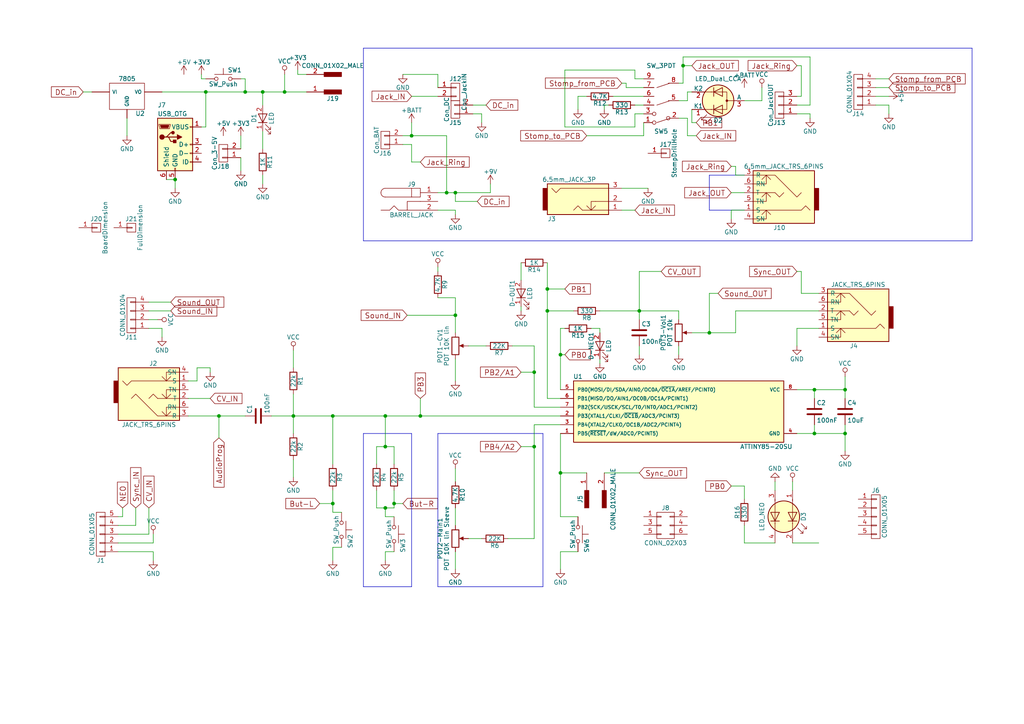
<source format=kicad_sch>
(kicad_sch (version 20230121) (generator eeschema)
  (paper "A4")
  (lib_symbols
    (symbol "ATinyStompbox-rescue:+3V3" (power) (pin_names (offset 0))
      (property "Value" "+3V3" (at 0 3.556 0))
      (symbol "+3V3_1_1"
        (pin power_in line (at 0 0 90) (length 0) hide (name "+3V3") (number "1"))
      )
    )
    (symbol "ATinyStompbox-rescue:+5V" (power) (pin_names (offset 0))
      (property "Value" "+5V" (at 0 3.556 0))
      (symbol "+5V_1_1"
        (pin power_in line (at 0 0 90) (length 0) hide (name "+5V") (number "1"))
      )
    )
    (symbol "ATinyStompbox-rescue:+9V" (power) (pin_names (offset 0))
      (property "Value" "+9V" (at 0 3.556 0))
      (symbol "+9V_1_1"
        (pin power_in line (at 0 0 90) (length 0) hide (name "+9V") (number "1"))
      )
    )
    (symbol "ATinyStompbox-rescue:+BATT" (power) (pin_names (offset 0))
      (property "Value" "+BATT" (at 0 3.556 0))
      (symbol "+BATT_1_1"
        (pin power_in line (at 0 0 90) (length 0) hide (name "+BATT") (number "1"))
      )
    )
    (symbol "ATinyStompbox-rescue:7805" (pin_numbers hide) (pin_names (offset 0.762))
      (property "Reference" "U" (at 3.81 -4.9784 0))
      (property "Value" "7805" (at 0 5.08 0))
      (symbol "7805_1_1"
        (pin input line (at 0 -6.35 90) (length 2.54) (name "GND") (number "GND"))
        (pin input line (at -10.16 1.27 0) (length 5.08) (name "VI") (number "VI"))
        (pin power_out line (at 10.16 1.27 180) (length 5.08) (name "VO") (number "VO"))
      )
    )
    (symbol "ATinyStompbox-rescue:ATTINY85-20SU" (pin_names (offset 1.016))
      (property "Reference" "U" (at -29.21 10.16 0))
      (property "Value" "ATTINY85-20SU" (at 25.4 -10.16 0))
      (symbol "ATTINY85-20SU_1_1"
        (pin bidirectional line (at -34.29 -6.35 0) (length 3.81) (name "PB5(~{RESET}/dW/ADC0/PCINT5)") (number "1"))
        (pin bidirectional line (at -34.29 -1.27 0) (length 3.81) (name "PB3(XTAL1/CLKI/~{OC1B}/ADC3/PCINT3)") (number "2"))
        (pin bidirectional line (at -34.29 -3.81 0) (length 3.81) (name "PB4(XTAL2/CLKO/OC1B/ADC2/PCINT4)") (number "3"))
        (pin power_in line (at 34.29 -6.35 180) (length 3.81) (name "GND") (number "4"))
        (pin bidirectional line (at -34.29 6.35 0) (length 3.81) (name "PB0(MOSI/DI/SDA/AIN0/OC0A/~{OC1A}/AREF/PCINT0)") (number "5"))
        (pin bidirectional line (at -34.29 3.81 0) (length 3.81) (name "PB1(MISO/DO/AIN1/OC0B/OC1A/PCINT1)") (number "6"))
        (pin bidirectional line (at -34.29 1.27 0) (length 3.81) (name "PB2(SCK/USCK/SCL/T0/INT0/ADC1/PCINT2)") (number "7"))
        (pin power_in line (at 34.29 6.35 180) (length 3.81) (name "VCC") (number "8"))
      )
    )
    (symbol "ATinyStompbox-rescue:BARREL_JACK" (pin_names (offset 1.016))
      (property "Reference" "J" (at 0 4.953 0))
      (property "Value" "BARREL_JACK" (at 0 -3.937 0))
      (symbol "BARREL_JACK_1_1"
        (pin passive line (at 7.62 2.54 180) (length 5.08) (name "~") (number "1"))
        (pin passive line (at 7.62 -2.54 180) (length 5.08) (name "~") (number "2"))
        (pin passive line (at 7.62 0 180) (length 5.08) (name "~") (number "3"))
      )
    )
    (symbol "ATinyStompbox-rescue:C" (pin_numbers hide) (pin_names (offset 0.254))
      (property "Reference" "C" (at 0.635 2.54 0))
      (property "Value" "C" (at 0.635 -2.54 0))
      (symbol "C_1_1"
        (pin passive line (at 0 3.81 270) (length 2.794) (name "~") (number "1"))
        (pin passive line (at 0 -3.81 90) (length 2.794) (name "~") (number "2"))
      )
    )
    (symbol "ATinyStompbox-rescue:CONN_01X01" (pin_names (offset 1.016) hide)
      (property "Reference" "J" (at 0 2.54 0))
      (property "Value" "CONN_01X01" (at 2.54 0 90))
      (symbol "CONN_01X01_1_1"
        (pin passive line (at -5.08 0 0) (length 3.81) (name "P1") (number "1"))
      )
    )
    (symbol "ATinyStompbox-rescue:CONN_01X02" (pin_names (offset 1.016) hide)
      (property "Reference" "J" (at 0 3.81 0))
      (property "Value" "CONN_01X02" (at 2.54 0 90))
      (symbol "CONN_01X02_1_1"
        (pin passive line (at -5.08 1.27 0) (length 3.81) (name "P1") (number "1"))
        (pin passive line (at -5.08 -1.27 0) (length 3.81) (name "P2") (number "2"))
      )
    )
    (symbol "ATinyStompbox-rescue:CONN_01X02_MALE" (pin_names (offset 1.016) hide)
      (property "Reference" "J" (at 0 4.445 0))
      (property "Value" "CONN_01X02_MALE" (at 0 -5.08 0))
      (symbol "CONN_01X02_MALE_1_1"
        (pin passive line (at 7.62 2.54 180) (length 5.08) (name "1") (number "1"))
        (pin passive line (at 7.62 -2.54 180) (length 5.08) (name "2") (number "2"))
      )
    )
    (symbol "ATinyStompbox-rescue:CONN_01X03" (pin_names (offset 1.016) hide)
      (property "Reference" "J" (at 0 5.08 0))
      (property "Value" "CONN_01X03" (at 2.54 0 90))
      (symbol "CONN_01X03_1_1"
        (pin passive line (at -5.08 2.54 0) (length 3.81) (name "P1") (number "1"))
        (pin passive line (at -5.08 0 0) (length 3.81) (name "P2") (number "2"))
        (pin passive line (at -5.08 -2.54 0) (length 3.81) (name "P3") (number "3"))
      )
    )
    (symbol "ATinyStompbox-rescue:CONN_01X04" (pin_names (offset 1.016) hide)
      (property "Reference" "J" (at 0 6.35 0))
      (property "Value" "CONN_01X04" (at 2.54 0 90))
      (symbol "CONN_01X04_1_1"
        (pin passive line (at -5.08 3.81 0) (length 3.81) (name "P1") (number "1"))
        (pin passive line (at -5.08 1.27 0) (length 3.81) (name "P2") (number "2"))
        (pin passive line (at -5.08 -1.27 0) (length 3.81) (name "P3") (number "3"))
        (pin passive line (at -5.08 -3.81 0) (length 3.81) (name "P4") (number "4"))
      )
    )
    (symbol "ATinyStompbox-rescue:CONN_01X05" (pin_names (offset 1.016) hide)
      (property "Reference" "J" (at 0 7.62 0))
      (property "Value" "CONN_01X05" (at 2.54 0 90))
      (symbol "CONN_01X05_1_1"
        (pin passive line (at -5.08 5.08 0) (length 3.81) (name "P1") (number "1"))
        (pin passive line (at -5.08 2.54 0) (length 3.81) (name "P2") (number "2"))
        (pin passive line (at -5.08 0 0) (length 3.81) (name "P3") (number "3"))
        (pin passive line (at -5.08 -2.54 0) (length 3.81) (name "P4") (number "4"))
        (pin passive line (at -5.08 -5.08 0) (length 3.81) (name "P5") (number "5"))
      )
    )
    (symbol "ATinyStompbox-rescue:CONN_02X03" (pin_names (offset 0.0254) hide)
      (property "Reference" "J" (at 0 5.08 0))
      (property "Value" "CONN_02X03" (at 0 -5.08 0))
      (symbol "CONN_02X03_1_1"
        (pin passive line (at -6.35 2.54 0) (length 3.81) (name "P1") (number "1"))
        (pin passive line (at 6.35 2.54 180) (length 3.81) (name "P2") (number "2"))
        (pin passive line (at -6.35 0 0) (length 3.81) (name "P3") (number "3"))
        (pin passive line (at 6.35 0 180) (length 3.81) (name "P4") (number "4"))
        (pin passive line (at -6.35 -2.54 0) (length 3.81) (name "P5") (number "5"))
        (pin passive line (at 6.35 -2.54 180) (length 3.81) (name "P6") (number "6"))
      )
    )
    (symbol "ATinyStompbox-rescue:GND" (power) (pin_names (offset 0))
      (property "Value" "GND" (at 0 -3.81 0))
      (symbol "GND_1_1"
        (pin power_in line (at 0 0 270) (length 0) hide (name "GND") (number "1"))
      )
    )
    (symbol "ATinyStompbox-rescue:JACK_2P" (pin_names (offset 1.016))
      (property "Reference" "J" (at -8.89 -5.08 0))
      (property "Value" "JACK_2P" (at -3.81 6.35 0))
      (symbol "JACK_2P_1_1"
        (pin passive line (at 11.43 -2.54 180) (length 3.81) (name "~") (number "1"))
        (pin passive line (at 11.43 0 180) (length 3.81) (name "~") (number "2"))
        (pin passive line (at 11.43 3.81 180) (length 3.81) (name "~") (number "3"))
      )
    )
    (symbol "ATinyStompbox-rescue:JACK_TRS_6PINS" (pin_names (offset 0.762))
      (property "Reference" "J" (at 0 10.16 0))
      (property "Value" "JACK_TRS_6PINS" (at -1.27 -7.62 0))
      (symbol "JACK_TRS_6PINS_1_1"
        (pin passive line (at 10.16 5.08 180) (length 2.54) (name "S") (number "1"))
        (pin passive line (at 10.16 0 180) (length 2.54) (name "T") (number "2"))
        (pin passive line (at 10.16 -5.08 180) (length 2.54) (name "R") (number "3"))
        (pin passive line (at 10.16 7.62 180) (length 2.54) (name "SN") (number "4"))
        (pin passive line (at 10.16 2.54 180) (length 2.54) (name "TN") (number "5"))
        (pin passive line (at 10.16 -2.54 180) (length 2.54) (name "RN") (number "6"))
      )
    )
    (symbol "ATinyStompbox-rescue:LED" (pin_names (offset 1.016) hide)
      (property "Reference" "D" (at 0 2.54 0))
      (property "Value" "LED" (at 0 -2.54 0))
      (symbol "LED_1_1"
        (pin passive line (at -3.81 0 0) (length 2.54) (name "K") (number "1"))
        (pin passive line (at 3.81 0 180) (length 2.54) (name "A") (number "2"))
      )
    )
    (symbol "ATinyStompbox-rescue:LED_Dual_ACAC" (pin_names (offset 0) hide)
      (property "Reference" "D" (at 0 5.715 0))
      (property "Value" "LED_Dual_ACAC" (at 0 -6.35 0))
      (symbol "LED_Dual_ACAC_1_1"
        (pin input line (at -7.62 2.54 0) (length 3.048) (name "A1") (number "1"))
        (pin input line (at 7.62 2.54 180) (length 3.81) (name "K1") (number "2"))
        (pin input line (at -7.62 -2.54 0) (length 3.048) (name "A2") (number "3"))
        (pin input line (at 7.62 -2.54 180) (length 3.81) (name "K2") (number "4"))
      )
    )
    (symbol "ATinyStompbox-rescue:LED_Dual_CCA" (pin_names (offset 0))
      (property "Reference" "D" (at 0 5.715 0))
      (property "Value" "LED_Dual_CCA" (at 0 -6.35 0))
      (symbol "LED_Dual_CCA_1_1"
        (pin input line (at 7.62 2.54 180) (length 3.81) (name "K1") (number "1"))
        (pin input line (at 7.62 -2.54 180) (length 3.81) (name "K2") (number "2"))
        (pin input line (at -7.62 0 0) (length 3.048) (name "A") (number "3"))
      )
    )
    (symbol "ATinyStompbox-rescue:POT" (pin_numbers hide) (pin_names (offset 1.016) hide)
      (property "Reference" "RV" (at -4.445 0 90))
      (property "Value" "POT" (at -2.54 0 90))
      (symbol "POT_1_1"
        (pin passive line (at 0 3.81 270) (length 1.27) (name "1") (number "1"))
        (pin passive line (at 3.81 0 180) (length 1.27) (name "2") (number "2"))
        (pin passive line (at 0 -3.81 90) (length 1.27) (name "3") (number "3"))
      )
    )
    (symbol "ATinyStompbox-rescue:R" (pin_numbers hide) (pin_names (offset 0))
      (property "Reference" "R" (at 2.032 0 90))
      (property "Value" "R" (at 0 0 90))
      (symbol "R_1_1"
        (pin passive line (at 0 3.81 270) (length 1.27) (name "~") (number "1"))
        (pin passive line (at 0 -3.81 90) (length 1.27) (name "~") (number "2"))
      )
    )
    (symbol "ATinyStompbox-rescue:USB_OTG" (pin_names (offset 1.016))
      (property "Reference" "J" (at -5.08 11.43 0))
      (property "Value" "USB_OTG" (at -5.08 8.89 0))
      (symbol "USB_OTG_1_1"
        (pin power_in line (at 7.62 5.08 180) (length 2.54) (name "VBUS") (number "1"))
        (pin passive line (at 7.62 -2.54 180) (length 2.54) (name "D-") (number "2"))
        (pin passive line (at 7.62 0 180) (length 2.54) (name "D+") (number "3"))
        (pin passive line (at 7.62 -5.08 180) (length 2.54) (name "ID") (number "4"))
        (pin power_in line (at 0 -10.16 90) (length 2.54) (name "GND") (number "5"))
        (pin passive line (at -2.54 -10.16 90) (length 2.54) (name "Shield") (number "6"))
      )
    )
    (symbol "ATinyStompbox-rescue:VCC" (power) (pin_names (offset 0))
      (property "Value" "VCC" (at 0 3.81 0))
      (symbol "VCC_1_1"
        (pin power_in line (at 0 0 90) (length 0) hide (name "VCC") (number "1"))
      )
    )
    (symbol "mixtape_schematics:SW_3PDT" (pin_names (offset 0) hide)
      (property "Reference" "SW" (at 0 10.16 0))
      (property "Value" "SW_3PDT" (at 0 -8.89 0))
      (symbol "SW_3PDT_1_1"
        (pin passive line (at 5.08 7.62 180) (length 2.54) (name "A") (number "1"))
        (pin passive line (at -5.08 6.35 0) (length 2.54) (name "B") (number "2"))
        (pin passive line (at 5.08 5.08 180) (length 2.54) (name "C") (number "3"))
        (pin passive line (at 5.08 2.54 180) (length 2.9972) (name "4") (number "4"))
        (pin passive line (at -5.08 1.27 0) (length 2.9972) (name "5") (number "5"))
        (pin passive line (at 5.08 0 180) (length 2.9972) (name "6") (number "6"))
        (pin passive line (at 5.08 -2.54 180) (length 2.9972) (name "7") (number "7"))
        (pin passive line (at -5.08 -3.81 0) (length 2.9972) (name "8") (number "8"))
        (pin passive line (at 5.08 -5.08 180) (length 2.9972) (name "9") (number "9"))
      )
    )
    (symbol "mixtape_schematics:SW_Push" (pin_numbers hide) (pin_names (offset 1.016) hide)
      (property "Reference" "SW" (at 1.27 2.54 0))
      (property "Value" "SW_Push" (at 0 -1.524 0))
      (symbol "SW_Push_0_1"
        (pin passive line (at -5.08 0 0) (length 2.54) (name "1") (number "1"))
        (pin passive line (at 5.08 0 180) (length 2.54) (name "2") (number "2"))
      )
    )
  )
  (junction (at 154.94 129.54))
  (junction (at 245.11 113.03))
  (junction (at 205.74 96.52))
  (junction (at 132.08 91.44))
  (junction (at 71.12 26.67))
  (junction (at 111.76 120.65))
  (junction (at 236.22 113.03))
  (junction (at 76.2 26.67))
  (junction (at 59.69 26.67))
  (junction (at 121.92 120.65))
  (junction (at 119.38 39.37))
  (junction (at 158.75 83.82))
  (junction (at 50.8 52.07))
  (junction (at 63.5 120.65))
  (junction (at 85.09 120.65))
  (junction (at 236.22 125.73))
  (junction (at 185.42 90.17))
  (junction (at 198.12 19.05))
  (junction (at 154.94 107.95))
  (junction (at 114.3 146.05))
  (junction (at 82.55 26.67))
  (junction (at 162.56 137.16))
  (junction (at 96.52 146.05))
  (junction (at 132.08 55.88))
  (junction (at 158.75 90.17))
  (junction (at 245.11 125.73))
  (junction (at 111.76 147.32))
  (junction (at 162.56 102.87))
  (junction (at 96.52 120.65))
  (junction (at 129.54 55.88))
  (junction (at 111.76 129.54))
  (wire (pts (xy 231.14 95.25) (xy 237.49 95.25)))
  (wire (pts (xy 215.9 157.48) (xy 224.79 157.48)))
  (wire (pts (xy 78.74 120.65) (xy 85.09 120.65)))
  (wire (pts (xy 69.85 22.86) (xy 71.12 22.86)))
  (wire (pts (xy 34.29 154.94) (xy 43.18 154.94)))
  (wire (pts (xy 69.85 45.72) (xy 69.85 49.53)))
  (wire (pts (xy 185.42 100.33) (xy 185.42 102.87)))
  (wire (pts (xy 50.8 52.07) (xy 48.26 52.07)))
  (wire (pts (xy 71.12 22.86) (xy 71.12 26.67)))
  (wire (pts (xy 158.75 83.82) (xy 158.75 90.17)))
  (wire (pts (xy 167.64 27.94) (xy 167.64 31.75)))
  (wire (pts (xy 86.36 20.32) (xy 86.36 21.59)))
  (wire (pts (xy 96.52 158.75) (xy 96.52 162.56)))
  (wire (pts (xy 114.3 129.54) (xy 114.3 134.62)))
  (wire (pts (xy 215.9 60.96) (xy 212.09 60.96)))
  (wire (pts (xy 173.99 95.25) (xy 173.99 96.52)))
  (wire (pts (xy 111.76 129.54) (xy 114.3 129.54)))
  (wire (pts (xy 121.92 115.57) (xy 121.92 120.65)))
  (wire (pts (xy 215.9 140.97) (xy 212.09 140.97)))
  (wire (pts (xy 162.56 160.02) (xy 162.56 165.1)))
  (wire (pts (xy 135.89 100.33) (xy 140.97 100.33)))
  (wire (pts (xy 231.14 95.25) (xy 231.14 100.33)))
  (wire (pts (xy 199.39 26.67) (xy 199.39 29.21)))
  (wire (pts (xy 154.94 129.54) (xy 154.94 156.21)))
  (wire (pts (xy 205.74 96.52) (xy 213.36 96.52)))
  (wire (pts (xy 199.39 34.29) (xy 199.39 39.37)))
  (wire (pts (xy 132.08 55.88) (xy 142.24 55.88)))
  (wire (pts (xy 200.66 26.67) (xy 199.39 26.67)))
  (wire (pts (xy 99.06 148.59) (xy 96.52 148.59)))
  (wire (pts (xy 175.26 137.16) (xy 185.42 137.16)))
  (wire (pts (xy 185.42 78.74) (xy 185.42 90.17)))
  (wire (pts (xy 154.94 118.11) (xy 162.56 118.11)))
  (wire (pts (xy 96.52 148.59) (xy 96.52 146.05)))
  (wire (pts (xy 154.94 123.19) (xy 162.56 123.19)))
  (polyline (pts (xy 127 125.73) (xy 127 170.18)))
  (wire (pts (xy 82.55 26.67) (xy 88.9 26.67)))
  (wire (pts (xy 85.09 120.65) (xy 96.52 120.65)))
  (wire (pts (xy 54.61 115.57) (xy 60.96 115.57)))
  (wire (pts (xy 116.84 21.59) (xy 127 21.59)))
  (wire (pts (xy 173.99 104.14) (xy 173.99 105.41)))
  (wire (pts (xy 135.89 156.21) (xy 139.7 156.21)))
  (wire (pts (xy 181.61 25.4) (xy 181.61 24.13)))
  (polyline (pts (xy 105.41 69.85) (xy 281.94 69.85)))
  (wire (pts (xy 109.22 129.54) (xy 111.76 129.54)))
  (wire (pts (xy 171.45 95.25) (xy 173.99 95.25)))
  (wire (pts (xy 162.56 137.16) (xy 162.56 149.86)))
  (wire (pts (xy 232.41 27.94) (xy 231.14 27.94)))
  (wire (pts (xy 232.41 78.74) (xy 232.41 85.09)))
  (wire (pts (xy 96.52 120.65) (xy 111.76 120.65)))
  (wire (pts (xy 173.99 90.17) (xy 185.42 90.17)))
  (wire (pts (xy 196.85 100.33) (xy 196.85 102.87)))
  (wire (pts (xy 85.09 114.3) (xy 85.09 120.65)))
  (wire (pts (xy 119.38 41.91) (xy 119.38 46.99)))
  (polyline (pts (xy 119.38 125.73) (xy 119.38 170.18)))
  (wire (pts (xy 176.53 30.48) (xy 175.26 30.48)))
  (wire (pts (xy 63.5 120.65) (xy 54.61 120.65)))
  (wire (pts (xy 200.66 35.56) (xy 201.93 35.56)))
  (wire (pts (xy 127 60.96) (xy 132.08 60.96)))
  (wire (pts (xy 92.71 146.05) (xy 96.52 146.05)))
  (wire (pts (xy 184.15 36.83) (xy 163.83 36.83)))
  (wire (pts (xy 154.94 100.33) (xy 154.94 107.95)))
  (wire (pts (xy 254 30.48) (xy 257.81 30.48)))
  (wire (pts (xy 186.69 33.02) (xy 184.15 33.02)))
  (polyline (pts (xy 119.38 170.18) (xy 105.41 170.18)))
  (wire (pts (xy 185.42 78.74) (xy 191.77 78.74)))
  (wire (pts (xy 158.75 90.17) (xy 158.75 115.57)))
  (wire (pts (xy 257.81 27.94) (xy 254 27.94)))
  (wire (pts (xy 215.9 29.21) (xy 220.98 29.21)))
  (wire (pts (xy 236.22 113.03) (xy 236.22 115.57)))
  (wire (pts (xy 167.64 160.02) (xy 162.56 160.02)))
  (wire (pts (xy 154.94 156.21) (xy 147.32 156.21)))
  (wire (pts (xy 198.12 16.51) (xy 198.12 19.05)))
  (wire (pts (xy 185.42 90.17) (xy 196.85 90.17)))
  (wire (pts (xy 245.11 113.03) (xy 245.11 115.57)))
  (polyline (pts (xy 157.48 170.18) (xy 157.48 125.73)))
  (wire (pts (xy 43.18 95.25) (xy 46.99 95.25)))
  (wire (pts (xy 231.14 78.74) (xy 232.41 78.74)))
  (wire (pts (xy 187.96 54.61) (xy 180.34 54.61)))
  (wire (pts (xy 142.24 55.88) (xy 142.24 53.34)))
  (wire (pts (xy 44.45 157.48) (xy 34.29 157.48)))
  (wire (pts (xy 154.94 123.19) (xy 154.94 129.54)))
  (wire (pts (xy 186.69 27.94) (xy 177.8 27.94)))
  (wire (pts (xy 76.2 38.1) (xy 76.2 43.18)))
  (polyline (pts (xy 215.9 50.8) (xy 205.74 50.8)))
  (wire (pts (xy 137.16 33.02) (xy 139.7 33.02)))
  (wire (pts (xy 71.12 120.65) (xy 63.5 120.65)))
  (wire (pts (xy 220.98 29.21) (xy 220.98 25.4)))
  (wire (pts (xy 205.74 85.09) (xy 205.74 96.52)))
  (wire (pts (xy 200.66 19.05) (xy 198.12 19.05)))
  (wire (pts (xy 184.15 22.86) (xy 184.15 20.32)))
  (wire (pts (xy 96.52 146.05) (xy 96.52 142.24)))
  (wire (pts (xy 44.45 160.02) (xy 34.29 160.02)))
  (wire (pts (xy 58.42 21.59) (xy 58.42 22.86)))
  (wire (pts (xy 175.26 30.48) (xy 175.26 31.75)))
  (wire (pts (xy 119.38 27.94) (xy 127 27.94)))
  (wire (pts (xy 198.12 19.05) (xy 198.12 24.13)))
  (wire (pts (xy 44.45 162.56) (xy 44.45 160.02)))
  (wire (pts (xy 43.18 154.94) (xy 43.18 147.32)))
  (wire (pts (xy 245.11 109.22) (xy 245.11 113.03)))
  (polyline (pts (xy 127 170.18) (xy 157.48 170.18)))
  (wire (pts (xy 44.45 157.48) (xy 44.45 154.94)))
  (wire (pts (xy 151.13 76.2) (xy 151.13 81.28)))
  (wire (pts (xy 196.85 29.21) (xy 199.39 29.21)))
  (polyline (pts (xy 105.41 125.73) (xy 119.38 125.73)))
  (wire (pts (xy 86.36 21.59) (xy 88.9 21.59)))
  (wire (pts (xy 39.37 147.32) (xy 39.37 152.4)))
  (wire (pts (xy 63.5 127) (xy 63.5 120.65)))
  (wire (pts (xy 234.95 30.48) (xy 231.14 30.48)))
  (wire (pts (xy 198.12 16.51) (xy 234.95 16.51)))
  (wire (pts (xy 257.81 22.86) (xy 254 22.86)))
  (wire (pts (xy 212.09 55.88) (xy 215.9 55.88)))
  (wire (pts (xy 184.15 60.96) (xy 180.34 60.96)))
  (wire (pts (xy 129.54 39.37) (xy 129.54 55.88)))
  (wire (pts (xy 213.36 48.26) (xy 212.09 48.26)))
  (wire (pts (xy 215.9 144.78) (xy 215.9 140.97)))
  (wire (pts (xy 85.09 101.6) (xy 85.09 106.68)))
  (wire (pts (xy 132.08 55.88) (xy 132.08 58.42)))
  (wire (pts (xy 158.75 76.2) (xy 158.75 83.82)))
  (wire (pts (xy 236.22 125.73) (xy 236.22 123.19)))
  (wire (pts (xy 213.36 50.8) (xy 215.9 50.8)))
  (wire (pts (xy 236.22 125.73) (xy 245.11 125.73)))
  (wire (pts (xy 111.76 149.86) (xy 114.3 149.86)))
  (wire (pts (xy 127 86.36) (xy 132.08 86.36)))
  (wire (pts (xy 82.55 26.67) (xy 82.55 21.59)))
  (polyline (pts (xy 281.94 69.85) (xy 281.94 13.97)))
  (wire (pts (xy 69.85 39.37) (xy 69.85 43.18)))
  (wire (pts (xy 229.87 139.7) (xy 229.87 142.24)))
  (wire (pts (xy 116.84 41.91) (xy 119.38 41.91)))
  (wire (pts (xy 162.56 102.87) (xy 162.56 95.25)))
  (wire (pts (xy 163.83 102.87) (xy 162.56 102.87)))
  (wire (pts (xy 111.76 147.32) (xy 114.3 147.32)))
  (wire (pts (xy 213.36 90.17) (xy 237.49 90.17)))
  (wire (pts (xy 121.92 120.65) (xy 162.56 120.65)))
  (wire (pts (xy 39.37 152.4) (xy 34.29 152.4)))
  (wire (pts (xy 196.85 90.17) (xy 196.85 92.71)))
  (wire (pts (xy 46.99 95.25) (xy 46.99 97.79)))
  (wire (pts (xy 213.36 96.52) (xy 213.36 90.17)))
  (wire (pts (xy 127 55.88) (xy 129.54 55.88)))
  (wire (pts (xy 200.66 31.75) (xy 200.66 35.56)))
  (wire (pts (xy 109.22 142.24) (xy 109.22 147.32)))
  (wire (pts (xy 231.14 125.73) (xy 236.22 125.73)))
  (wire (pts (xy 185.42 90.17) (xy 185.42 92.71)))
  (wire (pts (xy 212.09 60.96) (xy 212.09 63.5)))
  (wire (pts (xy 57.15 106.68) (xy 60.96 106.68)))
  (wire (pts (xy 232.41 85.09) (xy 237.49 85.09)))
  (wire (pts (xy 58.42 36.83) (xy 59.69 36.83)))
  (polyline (pts (xy 205.74 60.96) (xy 215.9 60.96)))
  (wire (pts (xy 132.08 135.89) (xy 132.08 139.7)))
  (wire (pts (xy 234.95 33.02) (xy 231.14 33.02)))
  (wire (pts (xy 59.69 36.83) (xy 59.69 26.67)))
  (wire (pts (xy 118.11 91.44) (xy 132.08 91.44)))
  (wire (pts (xy 50.8 52.07) (xy 50.8 54.61)))
  (wire (pts (xy 114.3 147.32) (xy 114.3 146.05)))
  (wire (pts (xy 127 77.47) (xy 127 78.74)))
  (wire (pts (xy 162.56 125.73) (xy 162.56 137.16)))
  (wire (pts (xy 76.2 26.67) (xy 76.2 30.48)))
  (wire (pts (xy 140.97 30.48) (xy 137.16 30.48)))
  (wire (pts (xy 162.56 149.86) (xy 167.64 149.86)))
  (wire (pts (xy 257.81 25.4) (xy 254 25.4)))
  (wire (pts (xy 184.15 33.02) (xy 184.15 36.83)))
  (wire (pts (xy 231.14 19.05) (xy 232.41 19.05)))
  (wire (pts (xy 158.75 115.57) (xy 162.56 115.57)))
  (wire (pts (xy 58.42 22.86) (xy 59.69 22.86)))
  (wire (pts (xy 186.69 22.86) (xy 184.15 22.86)))
  (polyline (pts (xy 157.48 125.73) (xy 127 125.73)))
  (wire (pts (xy 234.95 16.51) (xy 234.95 30.48)))
  (wire (pts (xy 119.38 39.37) (xy 129.54 39.37)))
  (wire (pts (xy 151.13 88.9) (xy 151.13 90.17)))
  (wire (pts (xy 49.53 87.63) (xy 43.18 87.63)))
  (wire (pts (xy 198.12 24.13) (xy 196.85 24.13)))
  (wire (pts (xy 96.52 134.62) (xy 96.52 120.65)))
  (wire (pts (xy 163.83 36.83) (xy 163.83 20.32)))
  (wire (pts (xy 245.11 123.19) (xy 245.11 125.73)))
  (wire (pts (xy 109.22 147.32) (xy 111.76 147.32)))
  (wire (pts (xy 24.13 26.67) (xy 26.67 26.67)))
  (wire (pts (xy 199.39 39.37) (xy 201.93 39.37)))
  (wire (pts (xy 132.08 104.14) (xy 132.08 110.49)))
  (wire (pts (xy 213.36 48.26) (xy 213.36 50.8)))
  (wire (pts (xy 129.54 55.88) (xy 132.08 55.88)))
  (wire (pts (xy 200.66 96.52) (xy 205.74 96.52)))
  (wire (pts (xy 116.84 146.05) (xy 114.3 146.05)))
  (wire (pts (xy 196.85 34.29) (xy 199.39 34.29)))
  (wire (pts (xy 186.69 30.48) (xy 184.15 30.48)))
  (wire (pts (xy 184.15 20.32) (xy 163.83 20.32)))
  (wire (pts (xy 76.2 50.8) (xy 76.2 53.34)))
  (wire (pts (xy 60.96 106.68) (xy 60.96 107.95)))
  (wire (pts (xy 76.2 26.67) (xy 82.55 26.67)))
  (wire (pts (xy 186.69 39.37) (xy 186.69 35.56)))
  (wire (pts (xy 231.14 113.03) (xy 236.22 113.03)))
  (wire (pts (xy 114.3 160.02) (xy 111.76 160.02)))
  (polyline (pts (xy 205.74 50.8) (xy 205.74 60.96)))
  (wire (pts (xy 229.87 157.48) (xy 237.49 157.48)))
  (wire (pts (xy 170.18 39.37) (xy 186.69 39.37)))
  (wire (pts (xy 109.22 129.54) (xy 109.22 134.62)))
  (wire (pts (xy 111.76 147.32) (xy 111.76 149.86)))
  (wire (pts (xy 132.08 147.32) (xy 132.08 152.4)))
  (wire (pts (xy 85.09 120.65) (xy 85.09 125.73)))
  (wire (pts (xy 54.61 110.49) (xy 57.15 110.49)))
  (wire (pts (xy 116.84 39.37) (xy 119.38 39.37)))
  (wire (pts (xy 132.08 60.96) (xy 132.08 62.23)))
  (wire (pts (xy 36.83 34.29) (xy 36.83 39.37)))
  (wire (pts (xy 35.56 149.86) (xy 34.29 149.86)))
  (wire (pts (xy 208.28 85.09) (xy 205.74 85.09)))
  (wire (pts (xy 119.38 46.99) (xy 121.92 46.99)))
  (wire (pts (xy 148.59 100.33) (xy 154.94 100.33)))
  (wire (pts (xy 163.83 83.82) (xy 158.75 83.82)))
  (wire (pts (xy 181.61 24.13) (xy 180.34 24.13)))
  (wire (pts (xy 170.18 27.94) (xy 167.64 27.94)))
  (wire (pts (xy 111.76 160.02) (xy 111.76 162.56)))
  (wire (pts (xy 132.08 91.44) (xy 132.08 96.52)))
  (wire (pts (xy 71.12 26.67) (xy 76.2 26.67)))
  (wire (pts (xy 46.99 26.67) (xy 59.69 26.67)))
  (wire (pts (xy 85.09 133.35) (xy 85.09 138.43)))
  (wire (pts (xy 257.81 30.48) (xy 257.81 33.02)))
  (wire (pts (xy 57.15 110.49) (xy 57.15 106.68)))
  (polyline (pts (xy 281.94 13.97) (xy 105.41 13.97)))
  (wire (pts (xy 119.38 35.56) (xy 119.38 39.37)))
  (wire (pts (xy 59.69 26.67) (xy 71.12 26.67)))
  (wire (pts (xy 139.7 33.02) (xy 139.7 35.56)))
  (wire (pts (xy 245.11 125.73) (xy 245.11 130.81)))
  (wire (pts (xy 154.94 107.95) (xy 154.94 118.11)))
  (wire (pts (xy 162.56 95.25) (xy 163.83 95.25)))
  (wire (pts (xy 111.76 129.54) (xy 111.76 120.65)))
  (wire (pts (xy 151.13 129.54) (xy 154.94 129.54)))
  (wire (pts (xy 111.76 120.65) (xy 121.92 120.65)))
  (wire (pts (xy 43.18 92.71) (xy 45.72 92.71)))
  (wire (pts (xy 132.08 58.42) (xy 138.43 58.42)))
  (wire (pts (xy 132.08 86.36) (xy 132.08 91.44)))
  (wire (pts (xy 35.56 147.32) (xy 35.56 149.86)))
  (wire (pts (xy 236.22 113.03) (xy 245.11 113.03)))
  (wire (pts (xy 186.69 25.4) (xy 181.61 25.4)))
  (wire (pts (xy 99.06 158.75) (xy 96.52 158.75)))
  (wire (pts (xy 158.75 90.17) (xy 166.37 90.17)))
  (wire (pts (xy 151.13 107.95) (xy 154.94 107.95)))
  (wire (pts (xy 132.08 160.02) (xy 132.08 165.1)))
  (wire (pts (xy 127 21.59) (xy 127 25.4)))
  (wire (pts (xy 162.56 113.03) (xy 162.56 102.87)))
  (wire (pts (xy 114.3 146.05) (xy 114.3 142.24)))
  (wire (pts (xy 234.95 34.29) (xy 234.95 33.02)))
  (wire (pts (xy 232.41 19.05) (xy 232.41 27.94)))
  (wire (pts (xy 162.56 137.16) (xy 170.18 137.16)))
  (polyline (pts (xy 105.41 170.18) (xy 105.41 125.73)))
  (polyline (pts (xy 105.41 13.97) (xy 105.41 69.85)))
  (wire (pts (xy 224.79 139.7) (xy 224.79 142.24)))
  (wire (pts (xy 215.9 157.48) (xy 215.9 152.4)))
  (wire (pts (xy 49.53 90.17) (xy 43.18 90.17)))
  (global_label "Sync_OUT" (shape input) (at 231.14 78.74 180) (effects (font (size 1.524 1.524))) (property "Intersheetrefs" "${INTERSHEET_REFS}" (effects hide)))
  (global_label "AudioProg" (shape input) (at 63.5 127 270) (effects (font (size 1.524 1.524))) (property "Intersheetrefs" "${INTERSHEET_REFS}" (effects hide)))
  (global_label "Jack_Ring" (shape input) (at 231.14 19.05 180) (effects (font (size 1.524 1.524))) (property "Intersheetrefs" "${INTERSHEET_REFS}" (effects hide)))
  (global_label "Jack_IN" (shape input) (at 201.93 39.37 0) (effects (font (size 1.524 1.524))) (property "Intersheetrefs" "${INTERSHEET_REFS}" (effects hide)))
  (global_label "PB3" (shape input) (at 121.92 115.57 90) (effects (font (size 1.524 1.524))) (property "Intersheetrefs" "${INTERSHEET_REFS}" (effects hide)))
  (global_label "Stomp_from_PCB" (shape input) (at 257.81 22.86 0) (effects (font (size 1.524 1.524))) (property "Intersheetrefs" "${INTERSHEET_REFS}" (effects hide)))
  (global_label "But-R" (shape input) (at 116.84 146.05 0) (effects (font (size 1.524 1.524))) (property "Intersheetrefs" "${INTERSHEET_REFS}" (effects hide)))
  (global_label "Jack_Ring" (shape input) (at 212.09 48.26 180) (effects (font (size 1.524 1.524))) (property "Intersheetrefs" "${INTERSHEET_REFS}" (effects hide)))
  (global_label "Jack_Ring" (shape input) (at 121.92 46.99 0) (effects (font (size 1.524 1.524))) (property "Intersheetrefs" "${INTERSHEET_REFS}" (effects hide)))
  (global_label "Sound_IN" (shape input) (at 118.11 91.44 180) (effects (font (size 1.524 1.524))) (property "Intersheetrefs" "${INTERSHEET_REFS}" (effects hide)))
  (global_label "Sound_IN" (shape input) (at 49.53 90.17 0) (effects (font (size 1.524 1.524))) (property "Intersheetrefs" "${INTERSHEET_REFS}" (effects hide)))
  (global_label "CV_IN" (shape input) (at 60.96 115.57 0) (effects (font (size 1.524 1.524))) (property "Intersheetrefs" "${INTERSHEET_REFS}" (effects hide)))
  (global_label "Jack_OUT" (shape input) (at 212.09 55.88 180) (effects (font (size 1.524 1.524))) (property "Intersheetrefs" "${INTERSHEET_REFS}" (effects hide)))
  (global_label "DC_in" (shape input) (at 140.97 30.48 0) (effects (font (size 1.524 1.524))) (property "Intersheetrefs" "${INTERSHEET_REFS}" (effects hide)))
  (global_label "PB0" (shape input) (at 163.83 102.87 0) (effects (font (size 1.524 1.524))) (property "Intersheetrefs" "${INTERSHEET_REFS}" (effects hide)))
  (global_label "Jack_IN" (shape input) (at 119.38 27.94 180) (effects (font (size 1.524 1.524))) (property "Intersheetrefs" "${INTERSHEET_REFS}" (effects hide)))
  (global_label "Stomp_to_PCB" (shape input) (at 170.18 39.37 180) (effects (font (size 1.524 1.524))) (property "Intersheetrefs" "${INTERSHEET_REFS}" (effects hide)))
  (global_label "DC_in" (shape input) (at 138.43 58.42 0) (effects (font (size 1.524 1.524))) (property "Intersheetrefs" "${INTERSHEET_REFS}" (effects hide)))
  (global_label "NEO" (shape input) (at 35.56 147.32 90) (effects (font (size 1.524 1.524))) (property "Intersheetrefs" "${INTERSHEET_REFS}" (effects hide)))
  (global_label "CV_OUT" (shape input) (at 191.77 78.74 0) (effects (font (size 1.524 1.524))) (property "Intersheetrefs" "${INTERSHEET_REFS}" (effects hide)))
  (global_label "Stomp_to_PCB" (shape input) (at 257.81 25.4 0) (effects (font (size 1.524 1.524))) (property "Intersheetrefs" "${INTERSHEET_REFS}" (effects hide)))
  (global_label "Sync_IN" (shape input) (at 39.37 147.32 90) (effects (font (size 1.524 1.524))) (property "Intersheetrefs" "${INTERSHEET_REFS}" (effects hide)))
  (global_label "CV_IN" (shape input) (at 43.18 147.32 90) (effects (font (size 1.524 1.524))) (property "Intersheetrefs" "${INTERSHEET_REFS}" (effects hide)))
  (global_label "Jack_IN" (shape input) (at 184.15 60.96 0) (effects (font (size 1.524 1.524))) (property "Intersheetrefs" "${INTERSHEET_REFS}" (effects hide)))
  (global_label "Stomp_from_PCB" (shape input) (at 180.34 24.13 180) (effects (font (size 1.524 1.524))) (property "Intersheetrefs" "${INTERSHEET_REFS}" (effects hide)))
  (global_label "Sound_OUT" (shape input) (at 208.28 85.09 0) (effects (font (size 1.524 1.524))) (property "Intersheetrefs" "${INTERSHEET_REFS}" (effects hide)))
  (global_label "Sound_OUT" (shape input) (at 49.53 87.63 0) (effects (font (size 1.524 1.524))) (property "Intersheetrefs" "${INTERSHEET_REFS}" (effects hide)))
  (global_label "DC_in" (shape input) (at 24.13 26.67 180) (effects (font (size 1.524 1.524))) (property "Intersheetrefs" "${INTERSHEET_REFS}" (effects hide)))
  (global_label "Jack_OUT" (shape input) (at 200.66 19.05 0) (effects (font (size 1.524 1.524))) (property "Intersheetrefs" "${INTERSHEET_REFS}" (effects hide)))
  (global_label "PB1" (shape input) (at 201.93 35.56 0) (effects (font (size 1.524 1.524))) (property "Intersheetrefs" "${INTERSHEET_REFS}" (effects hide)))
  (global_label "PB1" (shape input) (at 163.83 83.82 0) (effects (font (size 1.524 1.524))) (property "Intersheetrefs" "${INTERSHEET_REFS}" (effects hide)))
  (global_label "PB0" (shape input) (at 212.09 140.97 180) (effects (font (size 1.524 1.524))) (property "Intersheetrefs" "${INTERSHEET_REFS}" (effects hide)))
  (global_label "But-L" (shape input) (at 92.71 146.05 180) (effects (font (size 1.524 1.524))) (property "Intersheetrefs" "${INTERSHEET_REFS}" (effects hide)))
  (global_label "PB2/A1" (shape input) (at 151.13 107.95 180) (effects (font (size 1.524 1.524))) (property "Intersheetrefs" "${INTERSHEET_REFS}" (effects hide)))
  (global_label "PB4/A2" (shape input) (at 151.13 129.54 180) (effects (font (size 1.524 1.524))) (property "Intersheetrefs" "${INTERSHEET_REFS}" (effects hide)))
  (global_label "Sync_OUT" (shape input) (at 185.42 137.16 0) (effects (font (size 1.524 1.524))) (property "Intersheetrefs" "${INTERSHEET_REFS}" (effects hide)))
  (symbol (lib_id "ATinyStompbox-rescue:POT") (at 132.08 156.21 0) (unit 1)
    (property "Reference" "POT2-Main1" (at 127.635 156.21 90))
    (property "Value" "POT 10K lin Sleeve" (at 129.54 156.21 90))
    (property "Footprint" "8BitMixtape_Stomp:Mixtape_Pot_Alps_RK09L_Sleve_Single_Horizontal" (effects hide))
  )
  (symbol (lib_id "ATinyStompbox-rescue:POT") (at 132.08 100.33 0) (unit 1)
    (property "Reference" "POT1-CV1" (at 127.635 100.33 90))
    (property "Value" "POT 10K lin" (at 129.54 100.33 90))
    (property "Footprint" "8BitMixtapes_all:Mixtape_Pot_Alps_RK09K_Horizontal" (effects hide))
  )
  (symbol (lib_id "ATinyStompbox-rescue:POT") (at 196.85 96.52 0) (unit 1)
    (property "Reference" "POT3-Vol1" (at 192.405 96.52 90))
    (property "Value" "POT 10k" (at 194.31 96.52 90))
    (property "Footprint" "8BitMixtapes_all:Mixtape_Pot_Alps_RK09K_Horizontal" (effects hide))
  )
  (symbol (lib_id "ATinyStompbox-rescue:JACK_2P") (at 168.91 58.42 0) (unit 1)
    (property "Reference" "J3" (at 160.02 63.5 0))
    (property "Value" "6.5mm_JACK_3P" (at 165.1 52.07 0))
    (property "Footprint" "8BitMixtape_Stomp:AUDIO-6.5mm-JACK_Mono_switched" (effects hide))
  )
  (symbol (lib_id "ATinyStompbox-rescue:JACK_TRS_6PINS") (at 247.65 90.17 180) (unit 1)
    (property "Reference" "J4" (at 247.65 100.33 0))
    (property "Value" "JACK_TRS_6PINS" (at 248.92 82.55 0))
    (property "Footprint" "8BitMixtapes_all:AUDIO-JACK-TRS-SMD" (effects hide))
  )
  (symbol (lib_id "ATinyStompbox-rescue:JACK_TRS_6PINS") (at 44.45 115.57 0) (unit 1)
    (property "Reference" "J2" (at 44.45 105.41 0))
    (property "Value" "JACK_TRS_6PINS" (at 43.18 123.19 0))
    (property "Footprint" "8BitMixtapes_all:AUDIO-JACK-TRS-SMD" (effects hide))
  )
  (symbol (lib_id "ATinyStompbox-rescue:R") (at 127 82.55 0) (unit 1)
    (property "Reference" "R9" (at 129.032 82.55 90))
    (property "Value" "4.7K" (at 127 82.55 90))
    (property "Footprint" "Resistors_SMD:R_1206_HandSoldering" (effects hide))
  )
  (symbol (lib_id "ATinyStompbox-rescue:R") (at 132.08 143.51 0) (unit 1)
    (property "Reference" "R10" (at 134.112 143.51 90))
    (property "Value" "4.7K" (at 132.08 143.51 90))
    (property "Footprint" "Resistors_SMD:R_1206_HandSoldering" (effects hide))
  )
  (symbol (lib_id "ATinyStompbox-rescue:C") (at 74.93 120.65 90) (unit 1)
    (property "Reference" "C1" (at 72.39 120.015 0) (effects (justify left)))
    (property "Value" "100nF" (at 77.47 120.015 0) (effects (justify left)))
    (property "Footprint" "Capacitors_SMD:C_1206_HandSoldering" (effects hide))
  )
  (symbol (lib_id "ATinyStompbox-rescue:C") (at 236.22 119.38 0) (unit 1)
    (property "Reference" "C2" (at 236.855 116.84 0) (effects (justify left)))
    (property "Value" "100nF" (at 236.855 121.92 0) (effects (justify left)))
    (property "Footprint" "Capacitors_SMD:C_1206_HandSoldering" (effects hide))
  )
  (symbol (lib_id "ATinyStompbox-rescue:C") (at 185.42 96.52 0) (unit 1)
    (property "Reference" "C3" (at 186.055 93.98 0) (effects (justify left)))
    (property "Value" "100nF" (at 186.055 99.06 0) (effects (justify left)))
    (property "Footprint" "Capacitors_SMD:C_1206_HandSoldering" (effects hide))
  )
  (symbol (lib_id "ATinyStompbox-rescue:GND") (at 132.08 110.49 0) (unit 1)
    (property "Reference" "#PWR01" (effects hide))
    (property "Value" "GND" (at 132.08 114.3 0))
  )
  (symbol (lib_id "ATinyStompbox-rescue:VCC") (at 127 77.47 0) (unit 1)
    (property "Reference" "#PWR02" (effects hide))
    (property "Value" "VCC" (at 127 73.66 0))
  )
  (symbol (lib_id "ATinyStompbox-rescue:VCC") (at 132.08 135.89 0) (unit 1)
    (property "Reference" "#PWR03" (effects hide))
    (property "Value" "VCC" (at 132.08 132.08 0))
  )
  (symbol (lib_id "ATinyStompbox-rescue:R") (at 144.78 100.33 270) (unit 1)
    (property "Reference" "R7" (at 144.78 102.362 90))
    (property "Value" "22K" (at 144.78 100.33 90))
    (property "Footprint" "Resistors_SMD:R_1206_HandSoldering" (effects hide))
  )
  (symbol (lib_id "ATinyStompbox-rescue:R") (at 143.51 156.21 270) (unit 1)
    (property "Reference" "R6" (at 143.51 158.242 90))
    (property "Value" "22K" (at 143.51 156.21 90))
    (property "Footprint" "Resistors_SMD:R_1206_HandSoldering" (effects hide))
  )
  (symbol (lib_id "ATinyStompbox-rescue:R") (at 85.09 110.49 0) (unit 1)
    (property "Reference" "R1" (at 87.122 110.49 90))
    (property "Value" "22k" (at 85.09 110.49 90))
    (property "Footprint" "Resistors_SMD:R_1206_HandSoldering" (effects hide))
  )
  (symbol (lib_id "ATinyStompbox-rescue:R") (at 85.09 129.54 0) (unit 1)
    (property "Reference" "R2" (at 87.122 129.54 90))
    (property "Value" "22k" (at 85.09 129.54 90))
    (property "Footprint" "Resistors_SMD:R_1206_HandSoldering" (effects hide))
  )
  (symbol (lib_id "ATinyStompbox-rescue:GND") (at 85.09 138.43 0) (unit 1)
    (property "Reference" "#PWR04" (effects hide))
    (property "Value" "GND" (at 85.09 142.24 0))
  )
  (symbol (lib_id "ATinyStompbox-rescue:VCC") (at 85.09 101.6 0) (unit 1)
    (property "Reference" "#PWR05" (effects hide))
    (property "Value" "VCC" (at 85.09 97.79 0))
  )
  (symbol (lib_id "ATinyStompbox-rescue:GND") (at 132.08 165.1 0) (unit 1)
    (property "Reference" "#PWR06" (effects hide))
    (property "Value" "GND" (at 132.08 168.91 0))
  )
  (symbol (lib_id "ATinyStompbox-rescue:R") (at 96.52 138.43 0) (unit 1)
    (property "Reference" "R3" (at 98.552 138.43 90))
    (property "Value" "22k" (at 96.52 138.43 90))
    (property "Footprint" "Resistors_SMD:R_1206_HandSoldering" (effects hide))
  )
  (symbol (lib_id "ATinyStompbox-rescue:R") (at 109.22 138.43 0) (unit 1)
    (property "Reference" "R4" (at 111.252 138.43 90))
    (property "Value" "22k" (at 109.22 138.43 90))
    (property "Footprint" "Resistors_SMD:R_1206_HandSoldering" (effects hide))
  )
  (symbol (lib_id "ATinyStompbox-rescue:R") (at 114.3 138.43 0) (unit 1)
    (property "Reference" "R5" (at 116.332 138.43 90))
    (property "Value" "22k" (at 114.3 138.43 90))
    (property "Footprint" "Resistors_SMD:R_1206_HandSoldering" (effects hide))
  )
  (symbol (lib_id "ATinyStompbox-rescue:GND") (at 111.76 162.56 0) (unit 1)
    (property "Reference" "#PWR07" (effects hide))
    (property "Value" "GND" (at 111.76 166.37 0))
  )
  (symbol (lib_id "ATinyStompbox-rescue:GND") (at 96.52 162.56 0) (unit 1)
    (property "Reference" "#PWR08" (effects hide))
    (property "Value" "GND" (at 96.52 166.37 0))
  )
  (symbol (lib_id "ATinyStompbox-rescue:R") (at 170.18 90.17 270) (unit 1)
    (property "Reference" "R8" (at 170.18 92.202 90))
    (property "Value" "330" (at 170.18 90.17 90))
    (property "Footprint" "Resistors_SMD:R_1206_HandSoldering" (effects hide))
  )
  (symbol (lib_id "ATinyStompbox-rescue:GND") (at 185.42 102.87 0) (unit 1)
    (property "Reference" "#PWR09" (effects hide))
    (property "Value" "GND" (at 185.42 106.68 0))
  )
  (symbol (lib_id "ATinyStompbox-rescue:GND") (at 196.85 102.87 0) (unit 1)
    (property "Reference" "#PWR010" (effects hide))
    (property "Value" "GND" (at 196.85 106.68 0))
  )
  (symbol (lib_id "ATinyStompbox-rescue:GND") (at 231.14 100.33 0) (unit 1)
    (property "Reference" "#PWR011" (effects hide))
    (property "Value" "GND" (at 231.14 104.14 0))
  )
  (symbol (lib_id "ATinyStompbox-rescue:GND") (at 60.96 107.95 0) (unit 1)
    (property "Reference" "#PWR012" (effects hide))
    (property "Value" "GND" (at 60.96 111.76 0))
  )
  (symbol (lib_id "ATinyStompbox-rescue:GND") (at 44.45 162.56 0) (unit 1)
    (property "Reference" "#PWR013" (effects hide))
    (property "Value" "GND" (at 44.45 166.37 0))
  )
  (symbol (lib_id "ATinyStompbox-rescue:VCC") (at 44.45 154.94 0) (unit 1)
    (property "Reference" "#PWR014" (effects hide))
    (property "Value" "VCC" (at 44.45 151.13 0))
  )
  (symbol (lib_id "ATinyStompbox-rescue:CONN_01X02_MALE") (at 172.72 144.78 90) (unit 1)
    (property "Reference" "J5" (at 168.275 144.78 0))
    (property "Value" "CONN_01X02_MALE" (at 177.8 144.78 0))
    (property "Footprint" "Resistors_SMD:R_0612" (effects hide))
  )
  (symbol (lib_id "ATinyStompbox-rescue:C") (at 245.11 119.38 0) (unit 1)
    (property "Reference" "C4" (at 245.745 116.84 0) (effects (justify left)))
    (property "Value" "10uF" (at 245.745 121.92 0) (effects (justify left)))
    (property "Footprint" "Capacitors_SMD:C_1206_HandSoldering" (effects hide))
  )
  (symbol (lib_id "ATinyStompbox-rescue:VCC") (at 245.11 109.22 0) (unit 1)
    (property "Reference" "#PWR015" (effects hide))
    (property "Value" "VCC" (at 245.11 105.41 0))
  )
  (symbol (lib_id "ATinyStompbox-rescue:GND") (at 245.11 130.81 0) (unit 1)
    (property "Reference" "#PWR016" (effects hide))
    (property "Value" "GND" (at 245.11 134.62 0))
  )
  (symbol (lib_id "ATinyStompbox-rescue:GND") (at 162.56 165.1 0) (unit 1)
    (property "Reference" "#PWR017" (effects hide))
    (property "Value" "GND" (at 162.56 168.91 0))
  )
  (symbol (lib_id "ATinyStompbox-rescue:ATTINY85-20SU") (at 196.85 119.38 0) (unit 1)
    (property "Reference" "U1" (at 167.64 109.22 0))
    (property "Value" "ATTINY85-20SU" (at 222.25 129.54 0))
    (property "Footprint" "Housings_SOIC:SOIC-8_3.9x4.9mm_Pitch1.27mm" (effects hide))
  )
  (symbol (lib_id "mixtape_schematics:SW_Push") (at 64.77 22.86 0) (unit 1)
    (property "Reference" "SW1" (at 66.04 20.32 0) (effects (justify left)))
    (property "Value" "SW_Push" (at 64.77 24.384 0))
    (property "Footprint" "SparkFun-Electromechanical:SWITCH-SPDT_KIT" (effects hide))
  )
  (symbol (lib_id "mixtape_schematics:SW_Push") (at 99.06 153.67 270) (unit 1)
    (property "Reference" "SW2" (at 101.6 154.94 0) (effects (justify left)))
    (property "Value" "SW_Push" (at 97.536 153.67 0))
    (property "Footprint" "8BitMixtapes_all:TACTILE-PTH-LED-12MM" (effects hide))
  )
  (symbol (lib_id "mixtape_schematics:SW_Push") (at 114.3 154.94 270) (unit 1)
    (property "Reference" "SW3" (at 116.84 156.21 0) (effects (justify left)))
    (property "Value" "SW_Push" (at 112.776 154.94 0))
    (property "Footprint" "8BitMixtapes_all:TACTILE-PTH-LED-12MM" (effects hide))
  )
  (symbol (lib_id "ATinyStompbox-rescue:CONN_01X05") (at 29.21 154.94 180) (unit 1)
    (property "Reference" "J1" (at 29.21 162.56 0))
    (property "Value" "CONN_01X05" (at 26.67 154.94 90))
    (property "Footprint" "Socket_Strips:Socket_Strip_Angled_1x05_Pitch2.54mm" (effects hide))
  )
  (symbol (lib_id "ATinyStompbox-rescue:CONN_01X05") (at 254 149.86 0) (unit 1)
    (property "Reference" "J6" (at 254 142.24 0))
    (property "Value" "CONN_01X05" (at 256.54 149.86 90))
    (property "Footprint" "Socket_Strips:Socket_Strip_Angled_1x05_Pitch2.54mm" (effects hide))
  )
  (symbol (lib_id "mixtape_schematics:SW_3PDT") (at 191.77 27.94 180) (unit 1)
    (property "Reference" "SW5" (at 191.77 38.1 0))
    (property "Value" "SW_3PDT" (at 191.77 19.05 0))
    (property "Footprint" "8BitMixtapes_all:STOMP-SWITCH-3PDT" (effects hide))
  )
  (symbol (lib_id "ATinyStompbox-rescue:GND") (at 175.26 31.75 0) (unit 1)
    (property "Reference" "#PWR018" (effects hide))
    (property "Value" "GND" (at 175.26 35.56 0))
  )
  (symbol (lib_id "ATinyStompbox-rescue:GND") (at 167.64 31.75 0) (unit 1)
    (property "Reference" "#PWR019" (effects hide))
    (property "Value" "GND" (at 167.64 35.56 0))
  )
  (symbol (lib_id "ATinyStompbox-rescue:R") (at 180.34 30.48 270) (unit 1)
    (property "Reference" "R13" (at 180.34 32.512 90))
    (property "Value" "330" (at 180.34 30.48 90))
    (property "Footprint" "Resistors_SMD:R_1206_HandSoldering" (effects hide))
  )
  (symbol (lib_id "ATinyStompbox-rescue:R") (at 173.99 27.94 270) (unit 1)
    (property "Reference" "R12" (at 173.99 29.972 90))
    (property "Value" "4.7K" (at 173.99 27.94 90))
    (property "Footprint" "Resistors_SMD:R_1206_HandSoldering" (effects hide))
  )
  (symbol (lib_id "ATinyStompbox-rescue:+BATT") (at 215.9 25.4 0) (unit 1)
    (property "Reference" "#PWR020" (effects hide))
    (property "Value" "+BATT" (at 215.9 21.844 0))
  )
  (symbol (lib_id "ATinyStompbox-rescue:LED") (at 173.99 100.33 90) (unit 1)
    (property "Reference" "D-NEO1" (at 171.45 100.33 0))
    (property "Value" "LED" (at 176.53 100.33 0))
    (property "Footprint" "LEDs:LED_D3.0mm" (effects hide))
  )
  (symbol (lib_id "ATinyStompbox-rescue:LED") (at 151.13 85.09 90) (unit 1)
    (property "Reference" "D-OUT1" (at 148.59 85.09 0))
    (property "Value" "LED" (at 153.67 85.09 0))
    (property "Footprint" "LEDs:LED_D3.0mm" (effects hide))
  )
  (symbol (lib_id "ATinyStompbox-rescue:R") (at 167.64 95.25 270) (unit 1)
    (property "Reference" "R15" (at 167.64 97.282 90))
    (property "Value" "1K" (at 167.64 95.25 90))
    (property "Footprint" "Resistors_SMD:R_1206_HandSoldering" (effects hide))
  )
  (symbol (lib_id "ATinyStompbox-rescue:R") (at 154.94 76.2 270) (unit 1)
    (property "Reference" "R14" (at 154.94 78.232 90))
    (property "Value" "1K" (at 154.94 76.2 90))
    (property "Footprint" "Resistors_SMD:R_1206_HandSoldering" (effects hide))
  )
  (symbol (lib_id "ATinyStompbox-rescue:GND") (at 173.99 105.41 0) (unit 1)
    (property "Reference" "#PWR021" (effects hide))
    (property "Value" "GND" (at 173.99 109.22 0))
  )
  (symbol (lib_id "ATinyStompbox-rescue:GND") (at 151.13 90.17 0) (unit 1)
    (property "Reference" "#PWR022" (effects hide))
    (property "Value" "GND" (at 151.13 93.98 0))
  )
  (symbol (lib_id "ATinyStompbox-rescue:7805") (at 36.83 27.94 0) (unit 1)
    (property "Reference" "U2" (at 40.64 32.9184 0))
    (property "Value" "7805" (at 36.83 22.86 0))
    (property "Footprint" "TO_SOT_Packages_SMD:TO-252-3_TabPin2" (effects hide))
  )
  (symbol (lib_id "ATinyStompbox-rescue:GND") (at 36.83 39.37 0) (unit 1)
    (property "Reference" "#PWR023" (effects hide))
    (property "Value" "GND" (at 36.83 43.18 0))
  )
  (symbol (lib_id "ATinyStompbox-rescue:VCC") (at 82.55 21.59 0) (unit 1)
    (property "Reference" "#PWR024" (effects hide))
    (property "Value" "VCC" (at 82.55 17.78 0))
  )
  (symbol (lib_id "ATinyStompbox-rescue:+5V") (at 53.34 21.59 0) (unit 1)
    (property "Reference" "#PWR025" (effects hide))
    (property "Value" "+5V" (at 53.34 18.034 0))
  )
  (symbol (lib_id "ATinyStompbox-rescue:USB_OTG") (at 50.8 41.91 0) (unit 1)
    (property "Reference" "J7" (at 45.72 30.48 0) (effects (justify left)))
    (property "Value" "USB_OTG" (at 45.72 33.02 0) (effects (justify left)))
    (property "Footprint" "Connectors:USB_Micro-B" (effects hide))
  )
  (symbol (lib_id "ATinyStompbox-rescue:GND") (at 50.8 54.61 0) (unit 1)
    (property "Reference" "#PWR026" (effects hide))
    (property "Value" "GND" (at 50.8 58.42 0))
  )
  (symbol (lib_id "ATinyStompbox-rescue:LED") (at 76.2 34.29 90) (unit 1)
    (property "Reference" "D1" (at 73.66 34.29 0))
    (property "Value" "LED" (at 78.74 34.29 0))
    (property "Footprint" "LEDs:LED_PLCC_2835_Handsoldering" (effects hide))
  )
  (symbol (lib_id "ATinyStompbox-rescue:R") (at 76.2 46.99 0) (unit 1)
    (property "Reference" "R11" (at 78.232 46.99 90))
    (property "Value" "1K" (at 76.2 46.99 90))
    (property "Footprint" "Resistors_SMD:R_1206_HandSoldering" (effects hide))
  )
  (symbol (lib_id "ATinyStompbox-rescue:GND") (at 76.2 53.34 0) (unit 1)
    (property "Reference" "#PWR027" (effects hide))
    (property "Value" "GND" (at 76.2 57.15 0))
  )
  (symbol (lib_id "mixtape_schematics:SW_Push") (at 167.64 154.94 270) (unit 1)
    (property "Reference" "SW6" (at 170.18 156.21 0) (effects (justify left)))
    (property "Value" "SW_Push" (at 166.116 154.94 0))
    (property "Footprint" "Buttons_Switches_SMD:SW_SPST_FSMSM" (effects hide))
  )
  (symbol (lib_id "ATinyStompbox-rescue:BARREL_JACK") (at 119.38 58.42 0) (unit 1)
    (property "Reference" "J9" (at 119.38 53.467 0))
    (property "Value" "BARREL_JACK" (at 119.38 62.357 0))
    (property "Footprint" "8BitMixtape_Stomp:9V_BARREL_JACK" (effects hide))
  )
  (symbol (lib_id "ATinyStompbox-rescue:JACK_TRS_6PINS") (at 226.06 55.88 180) (unit 1)
    (property "Reference" "J10" (at 226.06 66.04 0))
    (property "Value" "6.5mm_JACK_TRS_6PINS" (at 227.33 48.26 0))
    (property "Footprint" "8BitMixtape_Stomp:AUDIO-6.5mm-JACK_Stereo_switched" (effects hide))
  )
  (symbol (lib_id "ATinyStompbox-rescue:CONN_02X03") (at 193.04 152.4 0) (unit 1)
    (property "Reference" "J8" (at 193.04 147.32 0))
    (property "Value" "CONN_02X03" (at 193.04 157.48 0))
    (property "Footprint" "8BitMixtape_Stomp:Socket_Strip_Straight_2x03_Pitch2.54mm" (effects hide))
  )
  (symbol (lib_id "ATinyStompbox-rescue:CONN_01X04") (at 248.92 26.67 180) (unit 1)
    (property "Reference" "J14" (at 248.92 33.02 0))
    (property "Value" "CONN_01X04" (at 246.38 26.67 90))
    (property "Footprint" "8BitMixtape_Stomp:Socket_Strip_Straight_1x04_Pitch2.54mm" (effects hide))
  )
  (symbol (lib_id "ATinyStompbox-rescue:CONN_01X04") (at 38.1 91.44 180) (unit 1)
    (property "Reference" "J11" (at 38.1 97.79 0))
    (property "Value" "CONN_01X04" (at 35.56 91.44 90))
    (property "Footprint" "Socket_Strips:Socket_Strip_Straight_1x04_Pitch2.54mm" (effects hide))
  )
  (symbol (lib_id "ATinyStompbox-rescue:GND") (at 257.81 33.02 0) (unit 1)
    (property "Reference" "#PWR028" (effects hide))
    (property "Value" "GND" (at 257.81 36.83 0))
  )
  (symbol (lib_id "ATinyStompbox-rescue:+5V") (at 257.81 27.94 270) (unit 1)
    (property "Reference" "#PWR029" (effects hide))
    (property "Value" "+5V" (at 261.366 27.94 0))
  )
  (symbol (lib_id "ATinyStompbox-rescue:GND") (at 46.99 97.79 0) (unit 1)
    (property "Reference" "#PWR030" (effects hide))
    (property "Value" "GND" (at 46.99 101.6 0))
  )
  (symbol (lib_id "ATinyStompbox-rescue:VCC") (at 45.72 92.71 270) (unit 1)
    (property "Reference" "#PWR031" (effects hide))
    (property "Value" "VCC" (at 49.53 92.71 0))
  )
  (symbol (lib_id "ATinyStompbox-rescue:GND") (at 234.95 34.29 0) (unit 1)
    (property "Reference" "#PWR032" (effects hide))
    (property "Value" "GND" (at 234.95 38.1 0))
  )
  (symbol (lib_id "ATinyStompbox-rescue:CONN_01X02") (at 132.08 31.75 180) (unit 1)
    (property "Reference" "J15" (at 132.08 35.56 0))
    (property "Value" "Con_DC" (at 129.54 31.75 90))
    (property "Footprint" "8BitMixtape_Stomp:Socket_Strip_Straight_1x02_Pitch2.54mm" (effects hide))
  )
  (symbol (lib_id "ATinyStompbox-rescue:CONN_01X02") (at 132.08 26.67 0) (unit 1)
    (property "Reference" "J12" (at 132.08 22.86 0))
    (property "Value" "Con_JackIN" (at 134.62 26.67 90))
    (property "Footprint" "8BitMixtape_Stomp:Socket_Strip_Straight_1x02_Pitch2.54mm" (effects hide))
  )
  (symbol (lib_id "ATinyStompbox-rescue:GND") (at 139.7 35.56 0) (unit 1)
    (property "Reference" "#PWR033" (effects hide))
    (property "Value" "GND" (at 139.7 39.37 0))
  )
  (symbol (lib_id "ATinyStompbox-rescue:GND") (at 116.84 21.59 0) (unit 1)
    (property "Reference" "#PWR034" (effects hide))
    (property "Value" "GND" (at 116.84 25.4 0))
  )
  (symbol (lib_id "ATinyStompbox-rescue:GND") (at 187.96 54.61 0) (unit 1)
    (property "Reference" "#PWR035" (effects hide))
    (property "Value" "GND" (at 187.96 58.42 0))
  )
  (symbol (lib_id "ATinyStompbox-rescue:GND") (at 212.09 63.5 0) (unit 1)
    (property "Reference" "#PWR036" (effects hide))
    (property "Value" "GND" (at 212.09 67.31 0))
  )
  (symbol (lib_id "ATinyStompbox-rescue:CONN_01X01") (at 193.04 44.45 0) (unit 1)
    (property "Reference" "J17" (at 193.04 41.91 0))
    (property "Value" "StompDrillHole" (at 195.58 44.45 90))
    (property "Footprint" "8BitMixtape_Stomp:StompLoch" (effects hide))
  )
  (symbol (lib_id "ATinyStompbox-rescue:VCC") (at 220.98 25.4 0) (unit 1)
    (property "Reference" "#PWR037" (effects hide))
    (property "Value" "VCC" (at 220.98 21.59 0))
  )
  (symbol (lib_id "ATinyStompbox-rescue:GND") (at 132.08 62.23 0) (unit 1)
    (property "Reference" "#PWR038" (effects hide))
    (property "Value" "GND" (at 132.08 66.04 0))
  )
  (symbol (lib_id "ATinyStompbox-rescue:+9V") (at 142.24 53.34 0) (unit 1)
    (property "Reference" "#PWR039" (effects hide))
    (property "Value" "+9V" (at 142.24 49.784 0))
  )
  (symbol (lib_id "ATinyStompbox-rescue:+BATT") (at 119.38 35.56 0) (unit 1)
    (property "Reference" "#PWR040" (effects hide))
    (property "Value" "+BATT" (at 119.38 32.004 0))
  )
  (symbol (lib_id "ATinyStompbox-rescue:CONN_01X03") (at 226.06 30.48 180) (unit 1)
    (property "Reference" "J13" (at 226.06 35.56 0))
    (property "Value" "Con_JackOUT" (at 223.52 30.48 90))
    (property "Footprint" "Socket_Strips:Socket_Strip_Straight_1x03_Pitch2.54mm" (effects hide))
  )
  (symbol (lib_id "ATinyStompbox-rescue:CONN_01X02") (at 111.76 40.64 180) (unit 1)
    (property "Reference" "J16" (at 111.76 44.45 0))
    (property "Value" "Con_BAT" (at 109.22 40.64 90))
    (property "Footprint" "8BitMixtape_Stomp:Bat_connector" (effects hide))
  )
  (symbol (lib_id "ATinyStompbox-rescue:CONN_01X02") (at 64.77 44.45 180) (unit 1)
    (property "Reference" "J18" (at 64.77 48.26 0))
    (property "Value" "Con_3-5V" (at 62.23 44.45 90))
    (property "Footprint" "8BitMixtape_Stomp:Bat_connector" (effects hide))
  )
  (symbol (lib_id "ATinyStompbox-rescue:+5V") (at 64.77 39.37 0) (unit 1)
    (property "Reference" "#PWR041" (effects hide))
    (property "Value" "+5V" (at 64.77 35.814 0))
  )
  (symbol (lib_id "ATinyStompbox-rescue:GND") (at 69.85 49.53 0) (unit 1)
    (property "Reference" "#PWR042" (effects hide))
    (property "Value" "GND" (at 69.85 53.34 0))
  )
  (symbol (lib_id "ATinyStompbox-rescue:+3V3") (at 58.42 21.59 0) (unit 1)
    (property "Reference" "#PWR043" (effects hide))
    (property "Value" "+3V3" (at 58.42 18.034 0))
  )
  (symbol (lib_id "ATinyStompbox-rescue:+3V3") (at 69.85 39.37 0) (unit 1)
    (property "Reference" "#PWR044" (effects hide))
    (property "Value" "+3V3" (at 69.85 35.814 0))
  )
  (symbol (lib_id "ATinyStompbox-rescue:CONN_01X02_MALE") (at 96.52 24.13 180) (unit 1)
    (property "Reference" "J19" (at 96.52 28.575 0))
    (property "Value" "CONN_01X02_MALE" (at 96.52 19.05 0))
    (property "Footprint" "Resistors_SMD:R_0612" (effects hide))
  )
  (symbol (lib_id "ATinyStompbox-rescue:+3V3") (at 86.36 20.32 0) (unit 1)
    (property "Reference" "#PWR045" (effects hide))
    (property "Value" "+3V3" (at 86.36 16.764 0))
  )
  (symbol (lib_id "ATinyStompbox-rescue:CONN_01X01") (at 27.94 66.04 0) (unit 1)
    (property "Reference" "J20" (at 27.94 63.5 0))
    (property "Value" "BoardDimension" (at 30.48 66.04 90))
    (property "Footprint" "8BitMixtape_Stomp:CaseDim" (effects hide))
  )
  (symbol (lib_id "ATinyStompbox-rescue:CONN_01X01") (at 38.1 66.04 0) (unit 1)
    (property "Reference" "J21" (at 38.1 63.5 0))
    (property "Value" "FullDimension" (at 40.64 66.04 90))
    (property "Footprint" "8BitMixtape_Stomp:StompCase_Full" (effects hide))
  )
  (symbol (lib_id "ATinyStompbox-rescue:LED_Dual_ACAC") (at 227.33 149.86 270) (unit 1)
    (property "Reference" "D3" (at 233.045 149.86 0))
    (property "Value" "LED_NEO" (at 220.98 149.86 0))
    (property "Footprint" "8BitMixtapes_all:Mixtape_NEO_WS2812B" (effects hide))
  )
  (symbol (lib_id "ATinyStompbox-rescue:GND") (at 224.79 139.7 180) (unit 1)
    (property "Reference" "#PWR046" (effects hide))
    (property "Value" "GND" (at 224.79 135.89 0))
  )
  (symbol (lib_id "ATinyStompbox-rescue:VCC") (at 229.87 139.7 0) (unit 1)
    (property "Reference" "#PWR047" (effects hide))
    (property "Value" "VCC" (at 229.87 135.89 0))
  )
  (symbol (lib_id "ATinyStompbox-rescue:R") (at 215.9 148.59 180) (unit 1)
    (property "Reference" "R16" (at 213.868 148.59 90))
    (property "Value" "330" (at 215.9 148.59 90))
    (property "Footprint" "Resistors_SMD:R_1206_HandSoldering" (effects hide))
  )
  (symbol (lib_id "ATinyStompbox-rescue:LED_Dual_CCA") (at 208.28 29.21 180) (unit 1)
    (property "Reference" "D2" (at 208.28 34.925 0))
    (property "Value" "LED_Dual_CCA" (at 208.28 22.86 0))
  )
)
</source>
